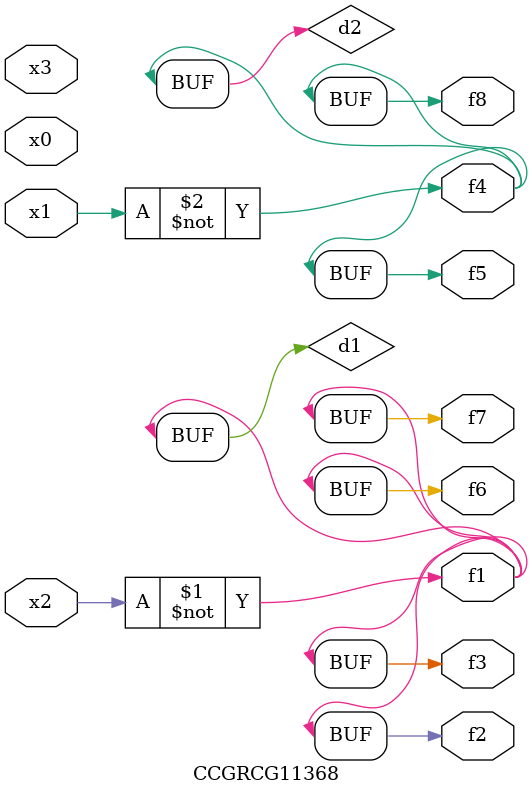
<source format=v>
module CCGRCG11368(
	input x0, x1, x2, x3,
	output f1, f2, f3, f4, f5, f6, f7, f8
);

	wire d1, d2;

	xnor (d1, x2);
	not (d2, x1);
	assign f1 = d1;
	assign f2 = d1;
	assign f3 = d1;
	assign f4 = d2;
	assign f5 = d2;
	assign f6 = d1;
	assign f7 = d1;
	assign f8 = d2;
endmodule

</source>
